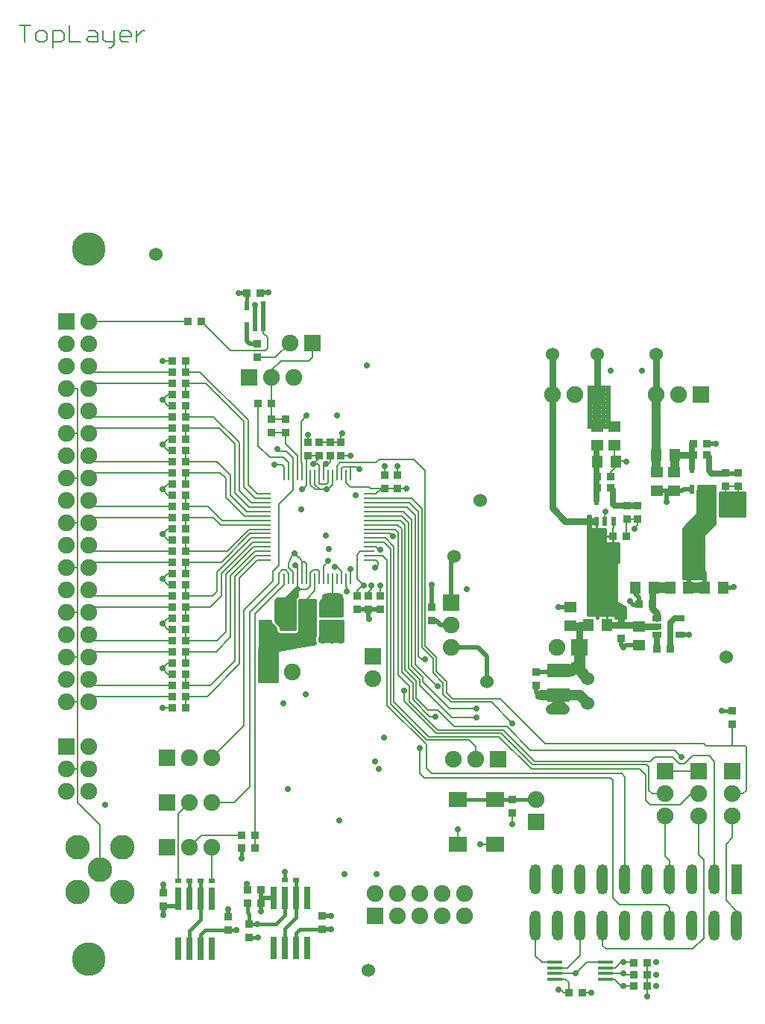
<source format=gtl>
%FSLAX24Y24*%
%MOIN*%
G70*
G01*
G75*
%ADD10C,0.0120*%
%ADD11C,0.0100*%
%ADD12R,0.0250X0.1000*%
%ADD13R,0.0650X0.0157*%
%ADD14R,0.1024X0.0630*%
%ADD15R,0.0551X0.0472*%
%ADD16R,0.0091X0.0500*%
%ADD17R,0.0500X0.0091*%
%ADD18R,0.0500X0.0091*%
%ADD19R,0.0390X0.0270*%
%ADD20R,0.0197X0.0394*%
%ADD21R,0.0787X0.0709*%
%ADD22R,0.0300X0.0200*%
%ADD23R,0.0350X0.0350*%
%ADD24R,0.0472X0.0551*%
%ADD25R,0.0472X0.0551*%
%ADD26C,0.0200*%
%ADD27C,0.0080*%
%ADD28C,0.0150*%
%ADD29C,0.0040*%
%ADD30C,0.0400*%
%ADD31C,0.0300*%
%ADD32C,0.0250*%
%ADD33C,0.0450*%
%ADD34C,0.0500*%
%ADD35O,0.0500X0.1350*%
%ADD36R,0.0500X0.1350*%
%ADD37C,0.0750*%
%ADD38R,0.0750X0.0750*%
%ADD39C,0.1100*%
%ADD40C,0.0600*%
%ADD41C,0.1500*%
%ADD42C,0.0280*%
D10*
X64010Y75168D02*
X64000Y75104D01*
X64010Y75168D02*
X64000Y75104D01*
Y74473D02*
X64010Y74409D01*
X64000Y74473D02*
X64010Y74409D01*
Y74362D02*
X63990Y74273D01*
X63245Y73699D02*
X63300Y73771D01*
X63320Y73860D01*
X63990Y73576D02*
X63976Y73502D01*
X63990Y73576D02*
X63976Y73502D01*
X63990Y73576D02*
X63976Y73502D01*
Y73333D02*
X64008Y73222D01*
X63976Y73333D02*
X64008Y73222D01*
X62233Y73839D02*
X62256Y73755D01*
X62312Y73688D01*
X62390Y73649D01*
X62000Y74217D02*
X62029Y74110D01*
X62109Y74033D01*
X62000Y74217D02*
X62029Y74110D01*
X62109Y74033D01*
X62233Y73839D02*
X62196Y73952D01*
X62109Y74033D01*
X81120Y80048D02*
X81136Y80142D01*
X63324Y75173D02*
X64010D01*
X64000Y74473D02*
Y75104D01*
X63320Y75138D02*
X64003D01*
X63320Y75038D02*
X64000D01*
X63320Y74938D02*
X64000D01*
X63320Y74838D02*
X64000D01*
X63320Y74738D02*
X64000D01*
X63320Y74638D02*
X64000D01*
X63320Y74538D02*
X64000D01*
X63320Y74438D02*
X64003D01*
X64010Y74362D02*
Y74409D01*
X63320Y74338D02*
X64000D01*
X63320Y74238D02*
X63990D01*
X63320Y73860D02*
Y75166D01*
Y74138D02*
X63990D01*
X63320Y74038D02*
X63990D01*
X63320Y73938D02*
X63990D01*
X63319Y73838D02*
X63990D01*
X63280Y73738D02*
X63990D01*
Y73576D02*
Y74273D01*
X63933Y73209D02*
Y75173D01*
X63833Y73191D02*
Y75173D01*
X63733Y73174D02*
Y75173D01*
X63633Y73156D02*
Y75173D01*
X63533Y73139D02*
Y75173D01*
X63976Y73333D02*
Y73502D01*
X63433Y73121D02*
Y75173D01*
X63230Y73643D02*
Y73688D01*
X63333Y73103D02*
Y75173D01*
X63100Y73643D02*
X63230D01*
X62442D02*
X63100D01*
X63133Y73068D02*
Y73643D01*
X63033Y73050D02*
Y73643D01*
X62933Y73033D02*
Y73643D01*
X62833Y73015D02*
Y73643D01*
X62733Y72997D02*
Y73643D01*
X62633Y72980D02*
Y73643D01*
X62533Y72962D02*
Y73643D01*
X62442D02*
X63100D01*
X62390D02*
X62442D01*
X62433Y72944D02*
Y73643D01*
X61525Y73638D02*
X63990D01*
X61525Y73538D02*
X63979D01*
X61524Y73438D02*
X63976D01*
X61523Y73338D02*
X63976D01*
X62310Y72923D02*
X64008Y73222D01*
X61522Y73238D02*
X63999D01*
X61522Y73138D02*
X63528D01*
X61521Y73038D02*
X62961D01*
X61529Y74138D02*
X62015D01*
X61530Y74233D02*
X62000D01*
X61528Y74038D02*
X62101D01*
X61527Y73838D02*
X62233D01*
X61528Y73938D02*
X62204D01*
X62333Y72927D02*
Y73673D01*
X61520Y72938D02*
X62395D01*
X61526Y73738D02*
X62267D01*
X61519Y72838D02*
X62310D01*
X61519Y72738D02*
X62310D01*
X61518Y72638D02*
X62310D01*
X61517Y72538D02*
X62310D01*
X61517Y72438D02*
X62310D01*
X61516Y72338D02*
X62310D01*
X61515Y72238D02*
X62310D01*
X61514Y72138D02*
X62310D01*
X61514Y72038D02*
X62310D01*
X61513Y71938D02*
X62310D01*
X61512Y71838D02*
X62310D01*
X61511Y71738D02*
X62310D01*
X61511Y71638D02*
X62310D01*
X61933Y71523D02*
Y74233D01*
X61833Y71523D02*
Y74233D01*
X61733Y71523D02*
Y74233D01*
X61633Y71523D02*
Y74233D01*
X61533Y71523D02*
Y74233D01*
X61510Y71523D02*
X61530Y74233D01*
X62310Y71523D02*
Y72923D01*
X62233Y71523D02*
Y73832D01*
X62133Y71523D02*
Y74018D01*
X61510Y71538D02*
X62310D01*
X62033Y71523D02*
Y74103D01*
X61510Y71523D02*
X62310D01*
X82120Y78923D02*
X83220D01*
X82120D02*
Y79973D01*
X82133Y78923D02*
Y79973D01*
X82120Y79138D02*
X83220D01*
X82120Y79238D02*
X83220D01*
X82120Y79338D02*
X83220D01*
X82120Y79438D02*
X83220D01*
X82120Y79538D02*
X83220D01*
X82120Y79638D02*
X83220D01*
X82120Y79738D02*
X83220D01*
X82120Y79838D02*
X83220D01*
X82120Y79938D02*
X83220D01*
X82120Y79973D02*
X83220D01*
X82233Y78923D02*
Y79973D01*
X82333Y78923D02*
Y79973D01*
X82433Y78923D02*
Y79973D01*
X82533Y78923D02*
Y79973D01*
X82633Y78923D02*
Y79973D01*
X82733Y78923D02*
Y79973D01*
X82833Y78923D02*
Y79973D01*
X82933Y78923D02*
Y79973D01*
X83033Y78923D02*
Y79973D01*
X82120Y78938D02*
X83220D01*
X82120Y79038D02*
X83220D01*
X83133Y78923D02*
Y79973D01*
X83220Y78923D02*
Y79973D01*
X80470Y76123D02*
X81370D01*
X80470Y76138D02*
X81370D01*
X80470Y76238D02*
X81370D01*
X80470Y76338D02*
X81370D01*
X80470Y76123D02*
Y78373D01*
X80533Y76123D02*
Y78436D01*
X80633Y76123D02*
Y78536D01*
X80733Y76123D02*
Y78636D01*
X80470Y76438D02*
X81370D01*
X80470Y76538D02*
X81370D01*
X80470Y76638D02*
X81370D01*
X80470Y76738D02*
X81370D01*
X80470Y76838D02*
X81370D01*
X80470Y76938D02*
X81370D01*
X80470Y77038D02*
X81370D01*
X80470Y77138D02*
X81370D01*
X80470Y77238D02*
X81370D01*
X80470Y77338D02*
X81370D01*
X80470Y77438D02*
X81370D01*
X80470Y77538D02*
X81370D01*
X80470Y77638D02*
X81370D01*
X80470Y77738D02*
X81370D01*
X80470Y77838D02*
X81370D01*
X80470Y78373D02*
X81120Y79023D01*
X80470Y77938D02*
X81370D01*
X80470Y78038D02*
X81370D01*
X80470Y78138D02*
X81434D01*
X80470Y78238D02*
X81532D01*
X80470Y78338D02*
X81630D01*
X80535Y78438D02*
X81728D01*
X80635Y78538D02*
X81826D01*
X80735Y78638D02*
X81865D01*
X80835Y78738D02*
X81865D01*
X80833Y76123D02*
Y78736D01*
X80933Y76123D02*
Y78836D01*
X81033Y76123D02*
Y78936D01*
X81370Y76123D02*
Y78073D01*
X81133Y76123D02*
Y80104D01*
X81233Y76123D02*
Y80273D01*
X81333Y76123D02*
Y80274D01*
X81433Y78137D02*
Y80275D01*
X80935Y78838D02*
X81865D01*
X81035Y78938D02*
X81865D01*
X81370Y78073D02*
X81865Y78578D01*
X81533Y78239D02*
Y80275D01*
X81633Y78341D02*
Y80276D01*
X81733Y78443D02*
Y80277D01*
X81833Y78545D02*
Y80277D01*
X81865Y78578D02*
Y80278D01*
X81120Y79038D02*
X81865D01*
X81120Y79138D02*
X81865D01*
X81120Y79238D02*
X81865D01*
X81120Y79338D02*
X81865D01*
X81120Y79023D02*
Y80048D01*
Y79438D02*
X81865D01*
X81136Y80142D02*
Y80273D01*
X81120Y79538D02*
X81865D01*
X81120Y79638D02*
X81865D01*
X81120Y79738D02*
X81865D01*
X81120Y79838D02*
X81865D01*
X81120Y79938D02*
X81865D01*
X81120Y80038D02*
X81865D01*
X81136Y80138D02*
X81865D01*
X81136Y80238D02*
X81865D01*
X81136Y80273D02*
X81865Y80278D01*
X76210Y74488D02*
X76603D01*
X76210Y75538D02*
X77470D01*
X76210Y75638D02*
X77470D01*
X76210Y75738D02*
X77470D01*
X76210Y75838D02*
X77470D01*
X76210Y75938D02*
X77470D01*
X76210Y76038D02*
X77470D01*
X76210Y76138D02*
X77470D01*
X76210Y74488D02*
Y76873D01*
Y77723D01*
Y76238D02*
X77470D01*
X76210Y74538D02*
X77870D01*
X76210Y74638D02*
X77870D01*
X76210Y74738D02*
X77870D01*
X76210Y74838D02*
X77846D01*
X76210Y75038D02*
X77526D01*
X76210Y74938D02*
X77686D01*
X76210Y76338D02*
X77470D01*
X76210Y76438D02*
X77470D01*
X76210Y76538D02*
X77470D01*
X76210Y76638D02*
X77470D01*
X76210Y76738D02*
X77470D01*
X76210Y76838D02*
X77496D01*
X76210Y77738D02*
X76966D01*
X76210Y77838D02*
X76966D01*
X76210Y77938D02*
X76966D01*
X76210Y78438D02*
X76317D01*
X76210Y78538D02*
X76317D01*
X76210Y77723D02*
Y78583D01*
Y78638D02*
X76317D01*
X76210Y78738D02*
X76317D01*
X76210Y78583D02*
Y78923D01*
Y78838D02*
X76317D01*
X76210Y78923D02*
X76317D01*
X76210Y76938D02*
X77565D01*
X76210Y77038D02*
X77566D01*
X76210Y77138D02*
X77566D01*
X76210Y77238D02*
X77567D01*
X76210Y77338D02*
X77567D01*
X76210Y77438D02*
X77568D01*
X76210Y77538D02*
X77568D01*
X76210Y78038D02*
X76966D01*
X76210Y77638D02*
X77569D01*
X76210Y78138D02*
X76966D01*
X76210Y78238D02*
X76966D01*
X76210Y78338D02*
X76966D01*
X76603Y74373D02*
X76637D01*
X76333Y74488D02*
Y78345D01*
X76603Y74373D02*
Y74488D01*
X76637Y74373D02*
Y74488D01*
X76603Y74438D02*
X76637D01*
X76233Y74488D02*
Y78923D01*
X76433Y74488D02*
Y78345D01*
X76533Y74488D02*
Y78345D01*
X76633Y74373D02*
Y78345D01*
X76733Y74488D02*
Y78345D01*
X76833Y74488D02*
Y78345D01*
X76637Y74488D02*
X77429D01*
Y74373D02*
X77870D01*
X77429D02*
Y74488D01*
X77833Y74373D02*
Y74845D01*
X77429Y74438D02*
X77870D01*
X77433Y74373D02*
Y77709D01*
X76933Y74488D02*
Y78345D01*
X77533Y74373D02*
Y75033D01*
X77633Y74373D02*
Y74970D01*
X77733Y74373D02*
Y74908D01*
X77870Y74373D02*
Y74823D01*
X77033Y74488D02*
Y77709D01*
X76317Y78345D02*
X76691D01*
X76834D01*
X77133Y74488D02*
Y77709D01*
X77233Y74488D02*
Y77709D01*
X76317Y78345D02*
Y78923D01*
X76966Y77709D02*
Y78345D01*
X76691D02*
X76834D01*
X76966D01*
X76210Y75138D02*
X77470D01*
X76210Y75238D02*
X77470D01*
X76210Y75338D02*
X77470D01*
Y75073D02*
X77870Y74823D01*
X77470Y75073D02*
Y76823D01*
X76210Y75438D02*
X77470D01*
X77333Y74488D02*
Y77709D01*
X76966D02*
X77569D01*
X77470Y76823D02*
X77565Y76878D01*
X77533Y76859D02*
Y77709D01*
X77565Y76878D02*
X77569Y77709D01*
D11*
X62442Y73853D02*
X62427Y73941D01*
X62395Y74025D01*
X62347Y74101D01*
X62284Y74166D01*
X62210Y74217D01*
X64186Y73502D02*
X64200Y73573D01*
X64186Y73502D02*
X64200Y73573D01*
X63060Y75673D02*
X63197D01*
Y75373D02*
Y75673D01*
X63025Y75638D02*
X63197D01*
X62925Y75538D02*
X63197D01*
X62825Y75438D02*
X63197D01*
X63133Y75263D02*
Y75673D01*
X63110Y75223D02*
X63197Y75373D01*
X62660Y75273D02*
X63060Y75673D01*
X62725Y75338D02*
X63177D01*
X62428Y73938D02*
X63110D01*
X63033Y73853D02*
Y75646D01*
X62933Y73853D02*
Y75546D01*
X62833Y73853D02*
Y75446D01*
X63110Y73860D02*
Y75223D01*
X62442Y73853D02*
X63100D01*
X62733D02*
Y75346D01*
X62633Y73853D02*
Y75273D01*
X62533Y73853D02*
Y75273D01*
X62433Y73917D02*
Y75273D01*
X62275Y75238D02*
X63119D01*
X62210Y75138D02*
X63110D01*
X62210Y75038D02*
X63110D01*
X62210Y74938D02*
X63110D01*
X62210Y74838D02*
X63110D01*
X62310Y75273D02*
X62660D01*
X62210Y75173D02*
X62310Y75273D01*
X62210Y74738D02*
X63110D01*
X62210Y74638D02*
X63110D01*
X62210Y74538D02*
X63110D01*
X62210Y74438D02*
X63110D01*
X62210Y74338D02*
X63110D01*
X62210Y74238D02*
X63110D01*
X62389Y74038D02*
X63110D01*
X62315Y74138D02*
X63110D01*
X62333Y74117D02*
Y75273D01*
X62233Y74203D02*
Y75196D01*
X62210Y74217D02*
Y75173D01*
X65236Y73333D02*
Y74273D01*
X64200Y73738D02*
X65236D01*
X64200Y73638D02*
X65236D01*
X64197Y73538D02*
X65236D01*
X65133Y73333D02*
Y74273D01*
X65033Y73333D02*
Y74273D01*
X64933Y73333D02*
Y74273D01*
X64833Y73333D02*
Y74273D01*
X64733Y73333D02*
Y74273D01*
X64633Y73333D02*
Y74273D01*
X64533Y73333D02*
Y74273D01*
X64433Y73333D02*
Y74273D01*
X64333Y73333D02*
Y74273D01*
X64233Y73333D02*
Y74273D01*
X64200Y74238D02*
X65236D01*
X64200Y74138D02*
X65236D01*
X64200Y74038D02*
X65236D01*
X64200Y73938D02*
X65236D01*
X64210Y74273D02*
X65220D01*
X64200Y73573D02*
Y74273D01*
Y73838D02*
X65236D01*
X64186Y73438D02*
X65236D01*
X64186Y73338D02*
X65236D01*
X64186Y73333D02*
X65236D01*
X64186D02*
Y73502D01*
X65133Y74473D02*
Y75330D01*
X64991Y75473D02*
X65220Y75244D01*
Y74473D02*
Y75244D01*
X64443Y75338D02*
X65126D01*
X64578Y75473D02*
X64991D01*
X64543Y75438D02*
X65026D01*
X65033Y74473D02*
Y75430D01*
X64933Y74473D02*
Y75473D01*
X64833Y74473D02*
Y75473D01*
X64733Y74473D02*
Y75473D01*
X64633Y74473D02*
Y75473D01*
X64533Y74473D02*
Y75427D01*
X64433Y74473D02*
Y75327D01*
X64344Y75238D02*
X65220D01*
X64243Y75138D02*
X65220D01*
X64210Y75038D02*
X65220D01*
X64210Y74938D02*
X65220D01*
X64210Y75104D02*
X64578Y75473D01*
X64210Y74838D02*
X65220D01*
X64210Y74738D02*
X65220D01*
X64210Y74638D02*
X65220D01*
X64210Y74538D02*
X65220D01*
X64210Y74473D02*
X65220D01*
X64333D02*
Y75227D01*
X64233Y74473D02*
Y75127D01*
X64210Y74473D02*
Y75104D01*
X77033Y74053D02*
Y74428D01*
X77301Y77769D02*
Y78044D01*
X76576Y78405D02*
Y78702D01*
X76377D02*
X76576D01*
X77026Y78044D02*
X77301D01*
D12*
X58360Y59588D02*
D03*
X58860Y61838D02*
D03*
X58360D02*
D03*
X58860Y59588D02*
D03*
X57860Y61838D02*
D03*
X59360D02*
D03*
Y59588D02*
D03*
X57860D02*
D03*
X63640Y59628D02*
D03*
X62140D02*
D03*
X63640Y61878D02*
D03*
X63140D02*
D03*
X62640D02*
D03*
X62140D02*
D03*
X62640Y59628D02*
D03*
X63140D02*
D03*
D13*
X76980Y58493D02*
D03*
Y58748D02*
D03*
Y59004D02*
D03*
X74716Y58237D02*
D03*
Y58493D02*
D03*
Y58748D02*
D03*
Y59004D02*
D03*
X76980Y58237D02*
D03*
D14*
X74875Y70931D02*
D03*
Y72034D02*
D03*
X64760Y73771D02*
D03*
Y74874D02*
D03*
D15*
X76595Y82928D02*
D03*
Y82101D02*
D03*
X79265Y80903D02*
D03*
Y80076D02*
D03*
X78475Y73169D02*
D03*
Y73996D02*
D03*
X75390Y74049D02*
D03*
Y74876D02*
D03*
X80055Y80903D02*
D03*
Y80076D02*
D03*
X77380Y82101D02*
D03*
Y82928D02*
D03*
D16*
X64575Y76123D02*
D03*
X64968D02*
D03*
X64772Y80769D02*
D03*
X64378D02*
D03*
X63787D02*
D03*
X63197Y76123D02*
D03*
X63000D02*
D03*
X64968Y80769D02*
D03*
X65559D02*
D03*
X63984Y76123D02*
D03*
X63787D02*
D03*
X63000Y80769D02*
D03*
X65165Y76123D02*
D03*
X63197Y80769D02*
D03*
X63394D02*
D03*
X63984D02*
D03*
X64181D02*
D03*
X64575D02*
D03*
X62803D02*
D03*
X65559Y76123D02*
D03*
X63394D02*
D03*
X63591D02*
D03*
X64772D02*
D03*
X63591Y80769D02*
D03*
X65362Y76123D02*
D03*
Y80769D02*
D03*
X65165D02*
D03*
X64181Y76123D02*
D03*
X64378D02*
D03*
X62606Y80769D02*
D03*
X62606Y76123D02*
D03*
X62803D02*
D03*
D17*
X66405Y79332D02*
D03*
Y78938D02*
D03*
Y78545D02*
D03*
Y79923D02*
D03*
Y77167D02*
D03*
Y78151D02*
D03*
Y78348D02*
D03*
Y77954D02*
D03*
Y77757D02*
D03*
Y77364D02*
D03*
Y77560D02*
D03*
Y76970D02*
D03*
Y79726D02*
D03*
Y79135D02*
D03*
Y79529D02*
D03*
Y78741D02*
D03*
X61760Y79923D02*
D03*
X61760Y79726D02*
D03*
Y79529D02*
D03*
Y79332D02*
D03*
Y79135D02*
D03*
Y78938D02*
D03*
Y78741D02*
D03*
Y78545D02*
D03*
Y78348D02*
D03*
Y78151D02*
D03*
Y77954D02*
D03*
Y77757D02*
D03*
Y77560D02*
D03*
Y77364D02*
D03*
Y77167D02*
D03*
D18*
X61760Y76970D02*
D03*
D19*
X79275Y74383D02*
D03*
X80295Y73633D02*
D03*
X79275Y74008D02*
D03*
X80295Y74383D02*
D03*
X79275Y73633D02*
D03*
D20*
X76576Y78702D02*
D03*
X77324Y79637D02*
D03*
X76950Y78702D02*
D03*
X76576Y79637D02*
D03*
X77324Y78702D02*
D03*
X81225Y80142D02*
D03*
X80851D02*
D03*
X81599Y81077D02*
D03*
X80851D02*
D03*
X81599Y80142D02*
D03*
X60926Y87400D02*
D03*
X61674Y88335D02*
D03*
X61300Y87400D02*
D03*
X60926Y88335D02*
D03*
X61674Y87400D02*
D03*
D21*
X72023Y66263D02*
D03*
X70370D02*
D03*
Y64263D02*
D03*
X72023D02*
D03*
D22*
X63140Y62663D02*
D03*
X62640D02*
D03*
X58360Y62623D02*
D03*
X57860D02*
D03*
X58860D02*
D03*
X59360D02*
D03*
D23*
X60710Y64673D02*
D03*
X61310D02*
D03*
X61055Y60111D02*
D03*
Y60711D02*
D03*
X61311Y64088D02*
D03*
X60711D02*
D03*
X58310Y87623D02*
D03*
X58910D02*
D03*
X58208Y70878D02*
D03*
X58207Y70383D02*
D03*
X58208Y71378D02*
D03*
Y72878D02*
D03*
X58207Y72383D02*
D03*
X58208Y73378D02*
D03*
X58210Y73873D02*
D03*
X58208Y74878D02*
D03*
X58207Y74383D02*
D03*
X58208Y75378D02*
D03*
X58210Y75873D02*
D03*
X58208Y76878D02*
D03*
X58207Y76383D02*
D03*
X58208Y77378D02*
D03*
Y78878D02*
D03*
X58207Y78383D02*
D03*
X58208Y79378D02*
D03*
X58210Y79873D02*
D03*
X58208Y80878D02*
D03*
X58207Y80383D02*
D03*
X58208Y81378D02*
D03*
X58210Y81873D02*
D03*
X58208Y82878D02*
D03*
X58207Y82383D02*
D03*
X58208Y83378D02*
D03*
X58210Y83873D02*
D03*
X58208Y84878D02*
D03*
X58207Y84383D02*
D03*
X58208Y85378D02*
D03*
X57608Y70878D02*
D03*
Y71378D02*
D03*
Y72878D02*
D03*
Y73378D02*
D03*
Y74878D02*
D03*
Y75378D02*
D03*
Y76878D02*
D03*
Y77378D02*
D03*
Y78878D02*
D03*
Y79378D02*
D03*
Y80878D02*
D03*
Y81378D02*
D03*
Y82878D02*
D03*
Y83378D02*
D03*
Y84878D02*
D03*
Y85378D02*
D03*
X60110Y60423D02*
D03*
X57210Y62113D02*
D03*
X60110Y61023D02*
D03*
X57607Y72383D02*
D03*
Y74383D02*
D03*
X57610Y75873D02*
D03*
X57607Y76383D02*
D03*
Y78383D02*
D03*
Y80383D02*
D03*
Y82383D02*
D03*
Y84383D02*
D03*
Y70383D02*
D03*
X57210Y61513D02*
D03*
X63510Y74023D02*
D03*
X62910D02*
D03*
X63665Y82221D02*
D03*
Y81621D02*
D03*
X62660Y83273D02*
D03*
Y82673D02*
D03*
X65885Y75361D02*
D03*
Y74761D02*
D03*
X67115Y80174D02*
D03*
Y80774D02*
D03*
X67665D02*
D03*
Y80174D02*
D03*
X64665Y81624D02*
D03*
Y82224D02*
D03*
X64165D02*
D03*
Y81624D02*
D03*
X62051Y83968D02*
D03*
X61451D02*
D03*
X61405Y86621D02*
D03*
Y86021D02*
D03*
X78415Y79398D02*
D03*
Y78798D02*
D03*
X82915Y80271D02*
D03*
Y80871D02*
D03*
X61531Y88908D02*
D03*
X60931D02*
D03*
X73860Y71971D02*
D03*
Y71371D02*
D03*
X69195Y74874D02*
D03*
Y74274D02*
D03*
X66385Y74764D02*
D03*
Y75364D02*
D03*
X82645Y70221D02*
D03*
Y69621D02*
D03*
X62055Y82671D02*
D03*
Y83271D02*
D03*
X77665Y74051D02*
D03*
Y73451D02*
D03*
X79088Y74988D02*
D03*
X78488D02*
D03*
X79273Y72988D02*
D03*
X79873D02*
D03*
X65155Y81621D02*
D03*
Y82221D02*
D03*
X77901Y78044D02*
D03*
X77301D02*
D03*
X81496Y82154D02*
D03*
X80896D02*
D03*
X76601Y80704D02*
D03*
X77201D02*
D03*
X82306Y79194D02*
D03*
X81706D02*
D03*
X82325Y80274D02*
D03*
Y80874D02*
D03*
X77925Y78801D02*
D03*
Y79401D02*
D03*
X80893Y81664D02*
D03*
X81493D02*
D03*
X77198Y80214D02*
D03*
X76598D02*
D03*
X57610Y79873D02*
D03*
Y83873D02*
D03*
Y73873D02*
D03*
Y81873D02*
D03*
X78831Y57932D02*
D03*
X78231D02*
D03*
X78831Y58432D02*
D03*
X78231D02*
D03*
X75931Y57632D02*
D03*
X75331D02*
D03*
X78831Y58982D02*
D03*
X78231D02*
D03*
X66890Y75363D02*
D03*
Y74763D02*
D03*
X57610Y77873D02*
D03*
X58210D02*
D03*
X57610Y71873D02*
D03*
X58210D02*
D03*
X60958Y61638D02*
D03*
X61558D02*
D03*
X57610Y85873D02*
D03*
X58210D02*
D03*
X72815Y66274D02*
D03*
Y65674D02*
D03*
X64310Y61053D02*
D03*
Y60453D02*
D03*
X61560Y62233D02*
D03*
X60960D02*
D03*
D24*
X63623Y74773D02*
D03*
X62796D02*
D03*
D25*
X82228Y75733D02*
D03*
X81401D02*
D03*
X78321D02*
D03*
X79148D02*
D03*
X80688D02*
D03*
X79861D02*
D03*
X79231Y81659D02*
D03*
X80058D02*
D03*
X77423Y81354D02*
D03*
X76596D02*
D03*
X77033Y74053D02*
D03*
X76206D02*
D03*
D26*
X70070Y73073D02*
X71260D01*
X71660Y72673D01*
Y71523D02*
Y72673D01*
X69195Y74874D02*
Y75858D01*
X69210Y75873D01*
X70070Y76983D02*
X70210Y77123D01*
X70070Y75073D02*
Y76983D01*
X69195Y74274D02*
X69408D01*
X69610Y74073D01*
X70070D01*
X66387Y74345D02*
Y74760D01*
X61560Y61273D02*
Y62233D01*
X61565Y61878D02*
X62140D01*
X60950Y62243D02*
X60960Y62233D01*
X60950Y62243D02*
Y62503D01*
X60110Y61023D02*
Y61383D01*
X61300Y87400D02*
Y88363D01*
X76595Y82928D02*
Y84378D01*
Y82928D02*
X77360D01*
X81891Y82154D02*
X81910Y82173D01*
X81496Y82154D02*
X81891D01*
X79265Y80076D02*
X80413D01*
X79657D02*
X79710Y80023D01*
Y79573D02*
Y80023D01*
X80413Y80076D02*
X80479Y80142D01*
X80851D01*
X82670Y75733D02*
X82710Y75773D01*
X82228Y75733D02*
X82670D01*
X78070Y75123D02*
X78215Y74978D01*
X78473D01*
X78321Y75461D02*
Y75733D01*
Y75461D02*
X78473Y75309D01*
Y74978D02*
Y75309D01*
X80700Y73633D02*
X80710Y73623D01*
X80295Y73633D02*
X80700D01*
X77856Y73169D02*
X78475D01*
X77760Y73073D02*
X77856Y73169D01*
X77665Y73168D02*
X77760Y73073D01*
X77665Y73168D02*
Y73451D01*
X74878Y74876D02*
X75390D01*
X61290Y88373D02*
X61300Y88363D01*
X61546Y88923D02*
X61910D01*
X61975Y73804D02*
X61993Y73823D01*
X61975Y71983D02*
Y73804D01*
X61674Y87400D02*
Y88335D01*
X82315Y80839D02*
X82903D01*
X82920Y80823D01*
X80720Y76159D02*
X80970Y76409D01*
Y76488D01*
X80720Y75733D02*
Y76159D01*
X81401Y75733D02*
Y76406D01*
X81320Y76488D02*
X81401Y76406D01*
X60580Y88913D02*
X60930D01*
X73860Y71971D02*
X74812D01*
X74875Y72034D01*
X73860Y71073D02*
Y71371D01*
Y71073D02*
X74001Y70931D01*
X74875D01*
X60926Y86757D02*
Y87400D01*
Y86757D02*
X61060Y86623D01*
X61360D01*
X66565Y74774D02*
X66712Y74771D01*
X65885Y74761D02*
X66387Y74760D01*
X64310Y61053D02*
X64710D01*
X64285Y60478D02*
X64310Y60453D01*
X64710D01*
X57210Y61113D02*
Y61513D01*
X57860D01*
X57210Y62113D02*
Y62473D01*
D27*
X70122Y70773D02*
X72260D01*
X66860Y81473D02*
X68410D01*
X68910Y80973D01*
X69860Y71035D02*
X70122Y70773D01*
X69860Y71035D02*
Y71535D01*
X69410Y71985D02*
X69860Y71535D01*
X69410Y71985D02*
Y72635D01*
X68910Y73135D02*
X69410Y72635D01*
X68910Y73135D02*
Y80973D01*
X70060Y70623D02*
X71860D01*
X68307Y79726D02*
X68760Y79273D01*
X69710Y70973D02*
X70060Y70623D01*
X69710Y70973D02*
Y71473D01*
X69260Y71923D02*
X69710Y71473D01*
X69260Y71923D02*
Y72573D01*
X68760Y73073D02*
X69260Y72573D01*
X68760Y73073D02*
Y79273D01*
X66405Y79726D02*
X68307D01*
X68204Y79529D02*
X68610Y79123D01*
X68760Y72523D02*
X68910D01*
X68610Y72673D02*
X68760Y72523D01*
X68610Y72673D02*
Y79123D01*
X66405Y79529D02*
X68204D01*
X68110Y79332D02*
X68460Y78982D01*
X69422Y71323D02*
X69460D01*
X68460Y72285D02*
X69422Y71323D01*
X68460Y72285D02*
Y78982D01*
X66405Y79332D02*
X68110D01*
X68310Y72223D02*
X68810Y71723D01*
X67947Y79135D02*
X68310Y78773D01*
X68810Y71523D02*
Y71723D01*
X68310Y72223D02*
Y78773D01*
X66405Y79135D02*
X67947D01*
X68660Y71373D02*
Y71635D01*
X68160Y72135D02*
X68660Y71635D01*
X67860Y78938D02*
X68160Y78638D01*
Y72135D02*
Y78638D01*
X66405Y78938D02*
X67860D01*
X68510Y70785D02*
Y71573D01*
X68010Y72073D02*
X68510Y71573D01*
X67810Y78741D02*
X68010Y78541D01*
Y72073D02*
Y78541D01*
X66405Y78741D02*
X67810D01*
X68360Y70723D02*
Y71473D01*
X67688Y78545D02*
X67860Y78373D01*
Y71973D02*
X68360Y71473D01*
X67860Y71973D02*
Y78373D01*
X66405Y78545D02*
X67688D01*
X68210Y70635D02*
Y71323D01*
X67710Y71823D02*
X68210Y71323D01*
X67560Y78348D02*
X67710Y78198D01*
Y71823D02*
Y78198D01*
X66405Y78348D02*
X67560D01*
X67510Y70623D02*
Y77573D01*
X67128Y77954D02*
X67510Y77573D01*
X69060Y69073D02*
X72210D01*
X67510Y70623D02*
X69060Y69073D01*
X66405Y77954D02*
X67128D01*
X68972Y68923D02*
X70870D01*
X67360Y70535D02*
Y77473D01*
Y70535D02*
X68972Y68923D01*
X67075Y77757D02*
X67360Y77473D01*
X66405Y77757D02*
X67075D01*
X67210Y70473D02*
Y76973D01*
Y70473D02*
X68960Y68723D01*
Y67673D02*
X69210Y67423D01*
X68960Y67673D02*
Y68723D01*
X67016Y77167D02*
X67210Y76973D01*
X66405Y77167D02*
X67016D01*
X66890Y75363D02*
X66910Y75383D01*
X66510Y75673D02*
Y75823D01*
X66385Y75548D02*
X66510Y75673D01*
X66385Y75364D02*
Y75548D01*
X65860Y76123D02*
X66160Y75823D01*
X65885Y75361D02*
Y75598D01*
X66110Y75823D01*
X65410Y75573D02*
Y75727D01*
X65362Y75775D02*
X65410Y75727D01*
X65362Y75775D02*
Y76123D01*
X69410Y69223D02*
X72310D01*
X67960Y70673D02*
X69410Y69223D01*
X72310D02*
X73710Y67823D01*
X67960Y70673D02*
Y71123D01*
X74716Y58748D02*
X75286D01*
X75850Y59313D02*
Y60648D01*
X75286Y58748D02*
X75850Y59313D01*
X73850Y59283D02*
Y60648D01*
Y59283D02*
X74128Y59004D01*
X74716D01*
X58910Y64673D02*
X60710D01*
X58360Y64123D02*
X58910Y64673D01*
X61311Y64088D02*
Y64591D01*
X61060Y66823D02*
Y74623D01*
X59360Y66123D02*
X60360D01*
X61060Y66823D01*
X59360Y62623D02*
Y64123D01*
X57860Y62623D02*
Y65623D01*
X58360Y66123D01*
X63000Y80113D02*
Y81532D01*
X60810Y69573D02*
Y74723D01*
X59360Y68123D02*
X60810Y69573D01*
X62050Y83969D02*
X62055Y83964D01*
Y83271D02*
Y83964D01*
X61451Y82081D02*
X61960Y81573D01*
X61451Y82081D02*
Y83968D01*
X62208Y86021D02*
X62860Y86673D01*
X61405Y86021D02*
X62208D01*
X61310Y64673D02*
Y74573D01*
X58910Y87623D02*
X60210Y86323D01*
X61760D01*
X53860Y87623D02*
X58310D01*
X57160Y76123D02*
X57410Y75873D01*
X61760Y86323D02*
X61860Y86423D01*
Y86923D01*
X61674Y87109D02*
X61860Y86923D01*
X61674Y87109D02*
Y87400D01*
X62606Y80769D02*
Y81123D01*
X62506Y81223D02*
X62606Y81123D01*
X62160Y81223D02*
X62506D01*
X63623Y74036D02*
Y75236D01*
X63510Y74023D02*
X63610D01*
X63623Y74036D01*
X63787Y75800D02*
Y76400D01*
X63197Y75660D02*
Y76660D01*
Y75660D02*
X63647D01*
X63787Y75800D01*
Y76400D02*
X63910Y76523D01*
X64110D01*
X64181Y76451D01*
Y76123D02*
Y76451D01*
X65559Y76123D02*
Y76572D01*
X64181Y80401D02*
Y81201D01*
X64665Y82223D02*
X65155Y82221D01*
X64165Y82224D02*
X64665Y82223D01*
X65155Y82568D02*
X65210Y82623D01*
X65155Y82221D02*
Y82568D01*
X64181Y80401D02*
X64210Y80373D01*
X64510D01*
X64575Y80438D01*
Y80769D01*
X63910Y81273D02*
X64110D01*
X64181Y81201D01*
X64560Y80123D02*
X64772Y80334D01*
Y80769D01*
X63984Y80347D02*
Y80769D01*
X63787Y80345D02*
X64010Y80123D01*
X63787Y80345D02*
Y80769D01*
X64460Y81273D02*
X64560D01*
X64665Y81378D01*
Y81624D01*
X64378Y81191D02*
X64460Y81273D01*
X64378Y80769D02*
Y81191D01*
X63660Y82573D02*
X63665Y82568D01*
Y82224D02*
Y82568D01*
X65152Y82224D02*
X65155Y82221D01*
X64665Y82224D02*
X65152D01*
X63665Y81624D02*
X64165D01*
X64668Y82221D02*
X65155D01*
X64665Y82224D02*
X64668Y82221D01*
X64165Y82224D02*
X64665D01*
X63910Y81273D02*
X64165Y81528D01*
Y81624D01*
X65155Y81621D02*
X65156Y81623D01*
X65560D01*
X64968Y81181D02*
X65110Y81323D01*
X66710D01*
X66860Y81473D01*
X64968Y80769D02*
Y81181D01*
X69360Y69923D02*
Y69973D01*
X72410Y69373D02*
X73810Y67973D01*
X69472Y69373D02*
X72410D01*
X72210Y69073D02*
X73660Y67623D01*
X70870Y68923D02*
X71170Y68623D01*
Y68073D02*
Y68623D01*
X65850Y81133D02*
X65960Y81023D01*
X65165Y81073D02*
X65225Y81133D01*
X65850D01*
X65165Y80769D02*
Y81073D01*
X65559Y81072D02*
X65610Y81123D01*
X65559Y80769D02*
Y81072D01*
X66458Y80174D02*
X68058D01*
X68060Y80173D01*
X66710Y79923D02*
X66961Y80174D01*
X66405Y79923D02*
X66710D01*
X66410Y80223D02*
X66458Y80174D01*
X65560Y80223D02*
X66410D01*
X65362Y80420D02*
X65560Y80223D01*
X65362Y80420D02*
Y80769D01*
X67660Y81173D02*
X67665Y81168D01*
Y80774D02*
Y81168D01*
X67110Y81173D02*
X67115Y81168D01*
Y80774D02*
Y81168D01*
X63591Y81500D02*
X63665Y81574D01*
X62660Y82173D02*
X63197Y81636D01*
X62660Y82173D02*
Y82673D01*
X63197Y80769D02*
Y81636D01*
X62710Y81823D02*
X63000Y81532D01*
X62560Y81573D02*
X62803Y81329D01*
Y80769D02*
Y81329D01*
X64965Y76673D02*
X65165Y76473D01*
X64860Y76673D02*
X64965D01*
X65165Y76123D02*
Y76473D01*
X63110Y76723D02*
X63197Y76660D01*
X63310Y77073D02*
X63394Y76889D01*
X63494D01*
X63591Y76792D01*
Y76123D02*
Y76792D01*
X63394Y76123D02*
Y76889D01*
X63010Y77273D02*
X63310Y77073D01*
X62810Y76823D02*
X63010Y77273D01*
X62810Y76623D02*
Y76823D01*
Y76623D02*
X63000Y76432D01*
Y76123D02*
Y76432D01*
X62360Y74773D02*
X62796D01*
Y75259D01*
X63197Y75660D01*
X64661Y75124D02*
X64772Y75234D01*
X64661Y74788D02*
Y75124D01*
X64772Y75234D02*
Y76123D01*
X63623Y75236D02*
X63984Y75597D01*
Y76123D01*
X64378Y76691D02*
X64560Y76923D01*
X64378Y76123D02*
Y76691D01*
X82915Y79891D02*
Y80271D01*
X82909Y80266D02*
X82915Y80271D01*
X82333Y80266D02*
X82909D01*
X82333Y79873D02*
Y80266D01*
X82328Y80271D02*
X82333Y80266D01*
X82681Y79194D02*
X82710Y79223D01*
X82306Y79194D02*
X82681D01*
X78260Y78373D02*
X78412Y78525D01*
Y78801D01*
X77901Y78777D02*
X77925Y78801D01*
X77901Y78044D02*
Y78777D01*
X77925Y78801D02*
X78412D01*
X76950Y79113D02*
X76960Y79123D01*
X76950Y78702D02*
Y79113D01*
X77885Y81398D02*
X77910Y81373D01*
X77380Y81398D02*
X77885D01*
X77380D02*
Y82101D01*
Y81398D02*
X77423Y81354D01*
Y81136D02*
Y81354D01*
X77201Y80914D02*
X77423Y81136D01*
X77201Y80704D02*
Y80914D01*
X70370Y64263D02*
Y64913D01*
X70360Y64923D02*
X70370Y64913D01*
X72815Y65178D02*
Y65674D01*
X72810Y65173D02*
X72815Y65178D01*
X71360Y64273D02*
X72013D01*
X72023Y64263D01*
X74716Y58237D02*
X75180D01*
X75331Y58085D01*
Y57632D02*
Y58085D01*
X75326Y57637D02*
X75331Y57632D01*
X75931D02*
X76275D01*
X76330Y57637D01*
X76980Y58237D02*
X77380D01*
X77680Y57937D01*
X78226D02*
X78231Y57932D01*
X77785D02*
X78231D01*
X77780Y57937D02*
X77785Y57932D01*
X77680Y57937D02*
X78226D01*
X76980Y58493D02*
X77774D01*
X77835Y58432D01*
X78231D01*
X76980Y58748D02*
X77418D01*
X77656Y58987D01*
X78226D02*
X78231Y58982D01*
X77656Y58987D02*
X78226D01*
X74716Y58493D02*
X75624D01*
X76136Y59004D01*
X76980D01*
X78828Y59058D02*
X78830Y57463D01*
X78828Y58982D02*
X78831Y57932D01*
X62055Y83271D02*
X62056Y83273D01*
X62660D01*
X66019Y77364D02*
X66405D01*
X65860Y77204D02*
X66019Y77364D01*
X65860Y76123D02*
Y77204D01*
X68660Y67423D02*
Y68573D01*
Y67423D02*
X68860Y67223D01*
X69335Y69948D02*
X69360Y69923D01*
X63984Y80347D02*
X64209Y80123D01*
X64010D02*
X64560D01*
X61960Y81573D02*
X62560D01*
X62410Y81823D02*
X62710D01*
X62310Y81923D02*
X62410Y81823D01*
X72560Y69523D02*
X73610Y68473D01*
X70110Y69923D02*
X71210D01*
X66405Y76970D02*
X66707D01*
X66810Y76867D01*
X66660Y76623D02*
X66810Y76723D01*
Y76867D01*
X66890Y75363D02*
Y75713D01*
X66405Y77560D02*
X66710D01*
X66848Y77423D02*
X66910D01*
X66710Y77560D02*
X66848Y77423D01*
X67331Y78151D02*
X67460Y78023D01*
X66405Y78151D02*
X67331D01*
X68210Y70635D02*
X69472Y69373D01*
X68360Y70723D02*
X69110Y69973D01*
X69360D01*
X68510Y70785D02*
X69022Y70272D01*
X68660Y71373D02*
X70110Y69923D01*
X68810Y71523D02*
X70010Y70323D01*
X71210D01*
X69022Y70272D02*
X69460D01*
X70210Y69523D01*
X72560D01*
X71860Y70623D02*
X72810Y69673D01*
X72260Y70773D02*
X74260Y68773D01*
X81360D02*
X81460Y68673D01*
X74260Y68773D02*
X81360D01*
X63410Y80123D02*
X63591Y80303D01*
Y81500D01*
X58210Y85379D02*
Y85873D01*
X58208Y85378D02*
X58210Y85379D01*
X58208Y84384D02*
Y84878D01*
X58210Y83379D02*
Y83873D01*
X58208Y82384D02*
Y82878D01*
X58210Y81379D02*
Y81873D01*
X58208Y80384D02*
Y80878D01*
X58210Y79379D02*
Y79873D01*
X58208Y78384D02*
Y78878D01*
X58210Y77379D02*
Y77873D01*
X58208Y76384D02*
Y76878D01*
X58210Y75379D02*
Y75873D01*
X58208Y74384D02*
Y74878D01*
X58210Y73379D02*
Y73873D01*
X58208Y72384D02*
Y72878D01*
X58210Y71379D02*
Y71873D01*
X58208Y70384D02*
Y70878D01*
X57410Y71873D02*
X57610D01*
X57160Y72123D02*
X57410Y71873D01*
X57420Y72383D02*
X57607D01*
X57160Y72123D02*
X57420Y72383D01*
X57160Y70373D02*
X57597D01*
X57410Y73873D02*
X57610D01*
X57160Y74123D02*
X57410Y73873D01*
X57420Y74383D02*
X57607D01*
X57160Y74123D02*
X57420Y74383D01*
X57410Y75873D02*
X57610D01*
X57420Y76383D02*
X57607D01*
X57160Y76123D02*
X57420Y76383D01*
X57410Y77873D02*
X57610D01*
X57160Y78123D02*
X57410Y77873D01*
X57420Y78383D02*
X57607D01*
X57160Y78123D02*
X57420Y78383D01*
X57410Y79873D02*
X57610D01*
X57160Y80123D02*
X57410Y79873D01*
X57420Y80383D02*
X57607D01*
X57160Y80123D02*
X57420Y80383D01*
X57410Y81873D02*
X57610D01*
X57160Y82123D02*
X57410Y81873D01*
X57420Y82383D02*
X57607D01*
X57160Y82123D02*
X57420Y82383D01*
X57410Y83873D02*
X57610D01*
X57160Y84123D02*
X57410Y83873D01*
X57420Y84383D02*
X57607D01*
X57160Y84123D02*
X57420Y84383D01*
X57160Y85873D02*
X57610D01*
X62606Y75869D02*
Y76123D01*
X61310Y74573D02*
X62606Y75869D01*
X61060Y74623D02*
X62360Y75923D01*
Y76373D01*
X62510Y76523D01*
X62660D01*
X62803Y76379D01*
Y76123D02*
Y76379D01*
X62360Y76723D02*
Y79473D01*
X62110Y76473D02*
X62360Y76723D01*
X58208Y71378D02*
X59315D01*
X60410Y72473D01*
X58208Y70878D02*
X59165D01*
X60610Y72323D01*
X61407Y76970D02*
X61760D01*
X60610Y76173D02*
X61407Y76970D01*
X60610Y72323D02*
Y76173D01*
X61354Y77167D02*
X61760D01*
X60410Y76223D02*
X61354Y77167D01*
X60410Y72473D02*
Y76223D01*
X61301Y77364D02*
X61760D01*
X60210Y76273D02*
X61301Y77364D01*
X58208Y72878D02*
X59565D01*
X60210Y73523D01*
Y76273D01*
X58208Y73378D02*
X59615D01*
X60010Y73773D01*
X61248Y77560D02*
X61760D01*
X60010Y76323D02*
X61248Y77560D01*
X60010Y73773D02*
Y76323D01*
X58208Y74878D02*
X59315D01*
X59810Y75373D01*
X61194Y77757D02*
X61760D01*
X59810Y76373D02*
X61194Y77757D01*
X59810Y75373D02*
Y76373D01*
X58208Y75378D02*
X59415D01*
X59610Y75573D01*
X61141Y77954D02*
X61760D01*
X59610Y76423D02*
X61141Y77954D01*
X59610Y75573D02*
Y76423D01*
X58208Y76878D02*
X59815D01*
X61088Y78151D01*
X61760D01*
X61035Y78348D02*
X61760D01*
X60065Y77378D02*
X61035Y78348D01*
X58208Y77378D02*
X60065D01*
X59788Y78545D02*
X61760D01*
X59455Y78878D02*
X59788Y78545D01*
X58208Y78878D02*
X59455D01*
X59841Y78741D02*
X61760D01*
X59205Y79378D02*
X59841Y78741D01*
X58208Y79378D02*
X59205D01*
X61050Y79332D02*
X61760D01*
X61153Y79529D02*
X61760D01*
X58208Y84878D02*
X59105D01*
X60410Y79973D02*
X61050Y79332D01*
X60610Y80073D02*
X61153Y79529D01*
X59455Y83378D02*
X60610Y82223D01*
Y80073D02*
Y82223D01*
X58208Y83378D02*
X59455D01*
X59705Y82878D02*
X60410Y82173D01*
X58208Y82878D02*
X59705D01*
X60410Y79973D02*
Y82173D01*
X61307Y79726D02*
X61760D01*
X60810Y80223D02*
X61307Y79726D01*
X60810Y80223D02*
Y83173D01*
X59105Y84878D02*
X60810Y83173D01*
X61410Y79923D02*
X61760D01*
X61010Y80323D02*
X61410Y79923D01*
X61010Y80323D02*
Y83223D01*
X58855Y85378D02*
X61010Y83223D01*
X58208Y85378D02*
X58855D01*
X60947Y79135D02*
X61760D01*
X60210Y79873D02*
X60947Y79135D01*
X60210Y79873D02*
Y80773D01*
X59605Y81378D02*
X60210Y80773D01*
X58208Y81378D02*
X59605D01*
X60844Y78938D02*
X61760D01*
X60010Y79773D02*
X60844Y78938D01*
X60010Y79773D02*
Y80623D01*
X59755Y80878D02*
X60010Y80623D01*
X58208Y80878D02*
X59755D01*
X54105Y71378D02*
X57608D01*
X53860Y71623D02*
X54105Y71378D01*
X54115Y70878D02*
X57608D01*
X53860Y70623D02*
X54115Y70878D01*
Y72878D02*
X57608D01*
X53860Y72623D02*
X54115Y72878D01*
X54105Y73378D02*
X57608D01*
X53860Y73623D02*
X54105Y73378D01*
X54115Y74878D02*
X57608D01*
X53860Y74623D02*
X54115Y74878D01*
X54105Y75378D02*
X57608D01*
X53860Y75623D02*
X54105Y75378D01*
X54115Y76878D02*
X57608D01*
X53860Y76623D02*
X54115Y76878D01*
X54105Y77378D02*
X57608D01*
X53860Y77623D02*
X54105Y77378D01*
X54115Y78878D02*
X57608D01*
X53860Y78623D02*
X54115Y78878D01*
X54105Y79378D02*
X57608D01*
X53860Y79623D02*
X54105Y79378D01*
X54115Y80878D02*
X57608D01*
X53860Y80623D02*
X54115Y80878D01*
X54105Y81378D02*
X57608D01*
X53860Y81623D02*
X54105Y81378D01*
X54115Y82878D02*
X57608D01*
X53860Y82623D02*
X54115Y82878D01*
X54105Y83378D02*
X57608D01*
X53860Y83623D02*
X54105Y83378D01*
X54115Y84878D02*
X57608D01*
X53860Y84623D02*
X54115Y84878D01*
X54105Y85378D02*
X57608D01*
X53860Y85623D02*
X54105Y85378D01*
X62110Y76023D02*
Y76473D01*
X60810Y74723D02*
X62110Y76023D01*
X62360Y79473D02*
X63000Y80113D01*
X63394Y80769D02*
Y81289D01*
X63360Y81323D02*
Y83173D01*
X63610Y83423D01*
X63360Y81323D02*
X63394Y81289D01*
X52860Y84623D02*
X53360D01*
X54360Y63133D02*
Y65133D01*
X53360Y66133D02*
X54360Y65133D01*
X52860Y70623D02*
X53360D01*
X52860Y67623D02*
X53360D01*
X52860Y72623D02*
X53360D01*
X52860Y74623D02*
X53360D01*
X52860Y76623D02*
X53360D01*
X52860Y78623D02*
X53360D01*
X52860Y80623D02*
X53360D01*
X52860Y82623D02*
X53360D01*
Y66133D02*
Y84623D01*
X62056Y82673D02*
X62660D01*
X62055Y82671D02*
X62056Y82673D01*
X79640Y67523D02*
X81140D01*
X77710Y67423D02*
X77850Y67283D01*
Y62698D02*
Y67283D01*
X69210Y67423D02*
X77710D01*
X77210Y67223D02*
X77310Y67123D01*
Y61873D02*
Y67123D01*
X79710Y61573D02*
X79850Y61433D01*
Y60648D02*
Y61433D01*
X77310Y61873D02*
X77610Y61573D01*
X68860Y67223D02*
X77210D01*
X77610Y61573D02*
X79710D01*
X79060Y66523D02*
X79640D01*
X78910Y66673D02*
Y67723D01*
X78810Y67823D02*
X78910Y67723D01*
Y66673D02*
X79060Y66523D01*
X73710Y67823D02*
X78810D01*
X78510Y67623D02*
X78760Y67373D01*
Y66223D02*
Y67373D01*
X78960Y66023D02*
X80310D01*
X80810Y66523D01*
X81140D01*
X78760Y66223D02*
X78960Y66023D01*
X73660Y67623D02*
X78510D01*
X82640Y66523D02*
X83110D01*
X83260Y66673D01*
Y68623D01*
X83210Y68673D02*
X83260Y68623D01*
X82645Y68688D02*
X82660Y68673D01*
X82645Y68688D02*
Y69621D01*
X81460Y68673D02*
X83210D01*
X79640Y63743D02*
Y65523D01*
Y63743D02*
X79850Y63533D01*
Y62698D02*
Y63533D01*
X82640Y64553D02*
Y65523D01*
X82360Y64273D02*
X82640Y64553D01*
X82850Y60648D02*
Y61283D01*
X82360Y61773D02*
X82850Y61283D01*
X82360Y61773D02*
Y64273D01*
X81140Y63793D02*
Y65523D01*
Y63793D02*
X81360Y63573D01*
Y60073D02*
Y63573D01*
X80880Y59593D02*
X81360Y60073D01*
X76850Y59733D02*
X76989Y59593D01*
X76850Y59733D02*
Y60648D01*
X76989Y59593D02*
X80880D01*
X80060Y68473D02*
X80360Y68173D01*
X73610Y68473D02*
X80060D01*
X73810Y67973D02*
X78960D01*
X79160Y68173D01*
X79960D01*
X80260Y67873D01*
X80510D01*
X80860Y68223D01*
X81610D01*
X81850Y67983D01*
Y62698D02*
Y67983D01*
X62050Y85463D02*
X62460Y85873D01*
X63710D02*
X63860Y86023D01*
Y86673D01*
X62050Y83969D02*
Y85463D01*
X62460Y85873D02*
X63710D01*
X75096Y57637D02*
X75326D01*
X74960Y57773D02*
X75096Y57637D01*
X74860Y57773D02*
X74960D01*
X77324Y78437D02*
Y78702D01*
X77301Y78414D02*
X77324Y78437D01*
X77301Y78044D02*
Y78414D01*
X50760Y100872D02*
X51260D01*
X51010D01*
Y100123D01*
X51635D02*
X51884D01*
X52009Y100248D01*
Y100497D01*
X51884Y100622D01*
X51635D01*
X51510Y100497D01*
Y100248D01*
X51635Y100123D01*
X52259Y99873D02*
Y100622D01*
X52634D01*
X52759Y100497D01*
Y100248D01*
X52634Y100123D01*
X52259D01*
X53009Y100872D02*
Y100123D01*
X53509D01*
X53884Y100622D02*
X54134D01*
X54259Y100497D01*
Y100123D01*
X53884D01*
X53759Y100248D01*
X53884Y100373D01*
X54259D01*
X54509Y100622D02*
Y100248D01*
X54634Y100123D01*
X55008D01*
Y99998D01*
X54883Y99873D01*
X54759D01*
X55008Y100123D02*
Y100622D01*
X55633Y100123D02*
X55383D01*
X55258Y100248D01*
Y100497D01*
X55383Y100622D01*
X55633D01*
X55758Y100497D01*
Y100373D01*
X55258D01*
X56008Y100622D02*
Y100123D01*
Y100373D01*
X56133Y100497D01*
X56258Y100622D01*
X56383D01*
D28*
X62640Y62663D02*
Y63023D01*
X61055Y60111D02*
X61056Y60113D01*
X61440D01*
X59060Y60423D02*
X60470D01*
X60958Y61224D02*
Y61638D01*
X58860Y60223D02*
X59060Y60423D01*
X58860Y59588D02*
Y60223D01*
X61057Y60708D02*
X62246D01*
X61055Y60711D02*
Y61128D01*
X60958Y61224D02*
X61055Y61128D01*
X62246Y60708D02*
X62640Y61103D01*
X60711Y63648D02*
Y64088D01*
X58360Y61838D02*
Y62623D01*
X60926Y88335D02*
Y88909D01*
X82160Y70223D02*
X82660D01*
X70380Y66273D02*
X73860D01*
X58360Y60413D02*
X58860Y60913D01*
X62640Y59628D02*
Y60503D01*
X63140Y61003D01*
X62640Y61103D02*
Y61878D01*
X63140Y59628D02*
Y60303D01*
X63290Y60453D01*
X64310D01*
X63140Y61003D02*
Y62663D01*
X58360Y59588D02*
Y60413D01*
X58860Y60913D02*
Y62623D01*
D29*
X76165Y83358D02*
X77165D01*
X76165Y83318D02*
X77165D01*
X76165Y83278D02*
X77165D01*
X76165Y83238D02*
X77165D01*
X76165Y83198D02*
X77165D01*
X76165Y83158D02*
X77165D01*
X76165Y83118D02*
X77165D01*
X76165Y83078D02*
X77165D01*
X76165Y83038D02*
X77165D01*
X76165Y82998D02*
X77165D01*
Y82878D02*
Y84778D01*
X77153Y82878D02*
Y84778D01*
X77113Y82878D02*
Y84778D01*
X77073Y82878D02*
Y84778D01*
X77033Y82878D02*
Y84778D01*
X76993Y82878D02*
Y84778D01*
X76953Y82878D02*
Y84778D01*
X76165Y82958D02*
X77165D01*
X76165Y82918D02*
X77165D01*
X76913Y82878D02*
Y84778D01*
X76873Y82878D02*
Y84778D01*
X76833Y82878D02*
Y84778D01*
X76793Y82878D02*
Y84778D01*
X76753Y82878D02*
Y84778D01*
X76713Y82878D02*
Y84778D01*
X76673Y82878D02*
Y84778D01*
X76633Y82878D02*
Y84778D01*
X76593Y82878D02*
Y84778D01*
X76553Y82878D02*
Y84778D01*
X76513Y82878D02*
Y84778D01*
X76473Y82878D02*
Y84778D01*
X76433Y82878D02*
Y84778D01*
X76393Y82878D02*
Y84778D01*
X76353Y82878D02*
Y84778D01*
X76313Y82878D02*
Y84778D01*
X76273Y82878D02*
Y84778D01*
X76233Y82878D02*
Y84778D01*
X76193Y82878D02*
Y84778D01*
X76165D02*
X77165D01*
X76165Y84758D02*
X77165D01*
X76165Y84718D02*
X77165D01*
X76165Y84678D02*
X77165D01*
X76165Y84638D02*
X77165D01*
X76165Y84598D02*
X77165D01*
X76165Y84558D02*
X77165D01*
X76165Y84518D02*
X77165D01*
X76165Y84478D02*
X77165D01*
X76165Y84438D02*
X77165D01*
X76165Y84398D02*
X77165D01*
X76165Y84358D02*
X77165D01*
X76165Y84318D02*
X77165D01*
X76165Y84278D02*
X77165D01*
X76165Y84238D02*
X77165D01*
X76165Y84198D02*
X77165D01*
X76165Y84158D02*
X77165D01*
X76165Y84118D02*
X77165D01*
X76165Y84078D02*
X77165D01*
X76165Y84038D02*
X77165D01*
X76165Y83998D02*
X77165D01*
X76165Y83958D02*
X77165D01*
X76165Y83918D02*
X77165D01*
X76165Y83878D02*
X77165D01*
X76165Y83838D02*
X77165D01*
X76165Y83798D02*
X77165D01*
X76165Y83758D02*
X77165D01*
X76165Y83718D02*
X77165D01*
X76165Y83678D02*
X77165D01*
X76165Y83638D02*
X77165D01*
X76165Y83598D02*
X77165D01*
X76165Y82878D02*
Y84778D01*
Y83558D02*
X77165D01*
X76165Y83518D02*
X77165D01*
X76165Y83478D02*
X77165D01*
X76165Y83438D02*
X77165D01*
X76165Y83398D02*
X77165D01*
X76165Y82878D02*
X77165D01*
D30*
X79235Y81669D02*
Y82799D01*
Y84378D01*
X80058Y80906D02*
Y81659D01*
X79231Y80918D02*
Y81659D01*
D31*
X80058D02*
X80845D01*
X79075Y75659D02*
X79148Y75733D01*
X77675Y74053D02*
X78418D01*
X78486Y74008D02*
X79275D01*
X76595Y84378D02*
Y86178D01*
X79235Y84378D02*
Y86178D01*
X74595Y79288D02*
X75181Y78702D01*
X76510D01*
X74595Y79288D02*
Y86178D01*
X75790Y73053D02*
Y74003D01*
X76203Y74049D02*
X76206Y74053D01*
X75390Y74049D02*
X75836D01*
X75790Y74003D02*
X75840Y74053D01*
X75813D02*
X76206D01*
X77033D02*
X77663D01*
X77665Y74051D01*
Y74541D01*
X77383Y74823D02*
X77665Y74541D01*
X77333Y74823D02*
X77383D01*
X79075Y74808D02*
X79275Y74608D01*
Y74383D02*
Y74608D01*
X79075Y74808D02*
Y75659D01*
D32*
X80845Y81659D02*
Y82159D01*
Y81659D02*
X80851Y81653D01*
Y81077D02*
Y81653D01*
X81495Y81659D02*
X81599Y81555D01*
Y81077D02*
Y81555D01*
X81715Y80839D02*
X82315D01*
X81599Y80955D02*
X81715Y80839D01*
X81599Y80955D02*
Y81077D01*
X78418Y74053D02*
X78475Y73996D01*
X79275Y72983D02*
Y73633D01*
X80075Y74383D02*
X80295D01*
X79875Y74183D02*
X80075Y74383D01*
X79875Y72983D02*
Y74183D01*
X76571Y79637D02*
Y80208D01*
X77385Y79399D02*
X77915D01*
X77319Y79465D02*
X77385Y79399D01*
X77319Y79465D02*
Y79637D01*
Y80085D01*
X77195Y80209D02*
X77319Y80085D01*
X76571Y80208D02*
Y82077D01*
X77915Y79399D02*
X78415D01*
D33*
X79148Y75733D02*
X79861D01*
X80688D02*
X81401D01*
X74875Y70931D02*
X74884Y70923D01*
X75835D01*
X76175Y70583D01*
X74111Y70931D02*
X74875D01*
Y70568D02*
Y70931D01*
Y70568D02*
X75155Y70288D01*
X74595D02*
X74875Y70568D01*
X74535Y70288D02*
X75155D01*
D34*
X75790Y72068D02*
X76175Y71683D01*
X74875Y72034D02*
X75449D01*
X75790Y72375D01*
Y72068D02*
Y73053D01*
D35*
X77850Y62698D02*
D03*
X73850Y60648D02*
D03*
X75850D02*
D03*
X79850D02*
D03*
X82850D02*
D03*
X80850D02*
D03*
X77850D02*
D03*
X76850D02*
D03*
X73850Y62698D02*
D03*
X81850D02*
D03*
X79850D02*
D03*
X76850D02*
D03*
X75850D02*
D03*
X74850D02*
D03*
X81850Y60648D02*
D03*
X74850D02*
D03*
X78850D02*
D03*
Y62698D02*
D03*
X80850D02*
D03*
D36*
X82850D02*
D03*
D37*
X53860Y66623D02*
D03*
X52860D02*
D03*
X53860Y67623D02*
D03*
Y68623D02*
D03*
X52860Y67623D02*
D03*
X66670Y62073D02*
D03*
X68670Y61073D02*
D03*
Y62073D02*
D03*
X69670Y61073D02*
D03*
Y62073D02*
D03*
X70670Y61073D02*
D03*
Y62073D02*
D03*
X67670Y61073D02*
D03*
Y62073D02*
D03*
X73860Y66273D02*
D03*
X58360Y64123D02*
D03*
X59360D02*
D03*
Y66123D02*
D03*
X58360D02*
D03*
X82640Y65523D02*
D03*
Y66523D02*
D03*
X74790Y73053D02*
D03*
X70070Y74073D02*
D03*
X75595Y84378D02*
D03*
X79235D02*
D03*
X80235D02*
D03*
X81140Y65523D02*
D03*
X66575Y71678D02*
D03*
X62975Y71983D02*
D03*
X79640Y66523D02*
D03*
X81140D02*
D03*
X70170Y68073D02*
D03*
X71170D02*
D03*
X70070Y73073D02*
D03*
X79640Y65523D02*
D03*
X74595Y84378D02*
D03*
X58360Y68123D02*
D03*
X59360D02*
D03*
X62860Y86673D02*
D03*
X63050Y85133D02*
D03*
X62050D02*
D03*
X53860Y86623D02*
D03*
Y70623D02*
D03*
X52860D02*
D03*
X53860Y71623D02*
D03*
X52860D02*
D03*
X53860Y72623D02*
D03*
X52860D02*
D03*
X53860Y73623D02*
D03*
X52860D02*
D03*
X53860Y74623D02*
D03*
X52860D02*
D03*
X53860Y75623D02*
D03*
X52860D02*
D03*
X53860Y82623D02*
D03*
X52860D02*
D03*
X53860Y83623D02*
D03*
X52860D02*
D03*
X53860Y84623D02*
D03*
X52860D02*
D03*
X53860Y85623D02*
D03*
X52860D02*
D03*
Y86623D02*
D03*
X53860Y87623D02*
D03*
X52860Y81623D02*
D03*
X53860D02*
D03*
X52860Y80623D02*
D03*
X53860D02*
D03*
X52860Y79623D02*
D03*
X53860D02*
D03*
X52860Y78623D02*
D03*
X53860D02*
D03*
X52860Y77623D02*
D03*
X53860D02*
D03*
X52860Y76623D02*
D03*
X53860D02*
D03*
D38*
X52860Y68623D02*
D03*
X66670Y61073D02*
D03*
X73860Y65273D02*
D03*
X57360Y64123D02*
D03*
Y66123D02*
D03*
X82640Y67523D02*
D03*
X75790Y73053D02*
D03*
X76595Y84378D02*
D03*
X81235D02*
D03*
X81140Y67523D02*
D03*
X66575Y72678D02*
D03*
X61975Y71983D02*
D03*
X72170Y68073D02*
D03*
X70070Y75073D02*
D03*
X79640Y67523D02*
D03*
X57360Y68123D02*
D03*
X63860Y86673D02*
D03*
X61050Y85133D02*
D03*
X52860Y87623D02*
D03*
D39*
X54360Y63123D02*
D03*
X53360Y62123D02*
D03*
Y64123D02*
D03*
X55360D02*
D03*
Y62123D02*
D03*
D40*
X76595Y86178D02*
D03*
X76175Y70583D02*
D03*
Y71683D02*
D03*
X80970Y77038D02*
D03*
X70210Y77123D02*
D03*
X71660Y71523D02*
D03*
X79235Y86178D02*
D03*
X61993Y73823D02*
D03*
X82360Y72623D02*
D03*
X66360Y58623D02*
D03*
X56860Y90623D02*
D03*
X71360Y79623D02*
D03*
X74595Y86178D02*
D03*
D41*
X53860Y90873D02*
D03*
Y59123D02*
D03*
D42*
X70760Y75673D02*
D03*
X69210Y75873D02*
D03*
X66510Y75823D02*
D03*
X67960Y71123D02*
D03*
X78830Y57463D02*
D03*
X61440Y60113D02*
D03*
X60470Y60423D02*
D03*
X60110Y61383D02*
D03*
X64433Y75323D02*
D03*
X54610Y66023D02*
D03*
X61290Y88373D02*
D03*
X62160Y81223D02*
D03*
X77780Y58987D02*
D03*
X63197Y75660D02*
D03*
X65559Y76572D02*
D03*
X65210Y82623D02*
D03*
X64607Y77473D02*
D03*
X65810Y79873D02*
D03*
X64460Y81273D02*
D03*
X65560Y81623D02*
D03*
X69360Y69973D02*
D03*
X65960Y81023D02*
D03*
X68060Y80173D02*
D03*
X63410Y80123D02*
D03*
X64510D02*
D03*
X63360Y79223D02*
D03*
X64860Y76673D02*
D03*
X65410Y75573D02*
D03*
X63110Y76723D02*
D03*
X63060Y77273D02*
D03*
X62360Y74773D02*
D03*
X64760Y75338D02*
D03*
X64560Y76923D02*
D03*
X63910Y81273D02*
D03*
X65110Y75338D02*
D03*
X64460Y78073D02*
D03*
X63660Y82573D02*
D03*
X67110Y81173D02*
D03*
X64733Y73373D02*
D03*
X65133D02*
D03*
X64333D02*
D03*
X78605Y85428D02*
D03*
X81910Y82173D02*
D03*
X79710Y79573D02*
D03*
X82710Y75773D02*
D03*
X78070Y75123D02*
D03*
X80710Y73623D02*
D03*
X77760Y73073D02*
D03*
X74878Y74876D02*
D03*
X67660Y81173D02*
D03*
X72810Y65173D02*
D03*
X70360Y64923D02*
D03*
X66660Y67973D02*
D03*
X62565Y70578D02*
D03*
X63560Y70973D02*
D03*
X62770Y66723D02*
D03*
X66830Y67623D02*
D03*
X65070Y65336D02*
D03*
X65320Y62936D02*
D03*
X61910Y88923D02*
D03*
X82915Y79891D02*
D03*
X82333Y79873D02*
D03*
X82710Y79223D02*
D03*
X78260Y78373D02*
D03*
X76960Y79123D02*
D03*
X77910Y81373D02*
D03*
X57160Y80123D02*
D03*
Y85873D02*
D03*
Y84123D02*
D03*
Y76123D02*
D03*
X60950Y62503D02*
D03*
X57160Y82123D02*
D03*
X64710Y61053D02*
D03*
X57160Y74123D02*
D03*
Y70373D02*
D03*
Y78123D02*
D03*
X64710Y60453D02*
D03*
X66160Y75823D02*
D03*
X82160Y70223D02*
D03*
X66410Y74323D02*
D03*
X67070Y69023D02*
D03*
X66730Y62936D02*
D03*
X73970Y70873D02*
D03*
X74535Y70288D02*
D03*
X75155D02*
D03*
X77210Y85423D02*
D03*
X60580Y88913D02*
D03*
X71360Y64273D02*
D03*
X74860Y57773D02*
D03*
X76330Y57637D02*
D03*
X77780Y57937D02*
D03*
X77774Y58493D02*
D03*
X75624D02*
D03*
X79230Y57937D02*
D03*
Y58437D02*
D03*
Y58987D02*
D03*
X66660Y76623D02*
D03*
X66910Y77423D02*
D03*
X68660Y68573D02*
D03*
X62310Y81923D02*
D03*
X72810Y69673D02*
D03*
X71210Y69923D02*
D03*
Y70323D02*
D03*
X66910Y75823D02*
D03*
X67460Y78023D02*
D03*
X69460Y71323D02*
D03*
X68910Y72523D02*
D03*
X57160Y72123D02*
D03*
X63610Y83423D02*
D03*
X66310Y85673D02*
D03*
X64960Y83423D02*
D03*
X61560Y61273D02*
D03*
X57210Y62473D02*
D03*
X61416Y60708D02*
D03*
X62640Y63023D02*
D03*
X60711Y63648D02*
D03*
X57210Y61113D02*
D03*
X80360Y68173D02*
D03*
M02*

</source>
